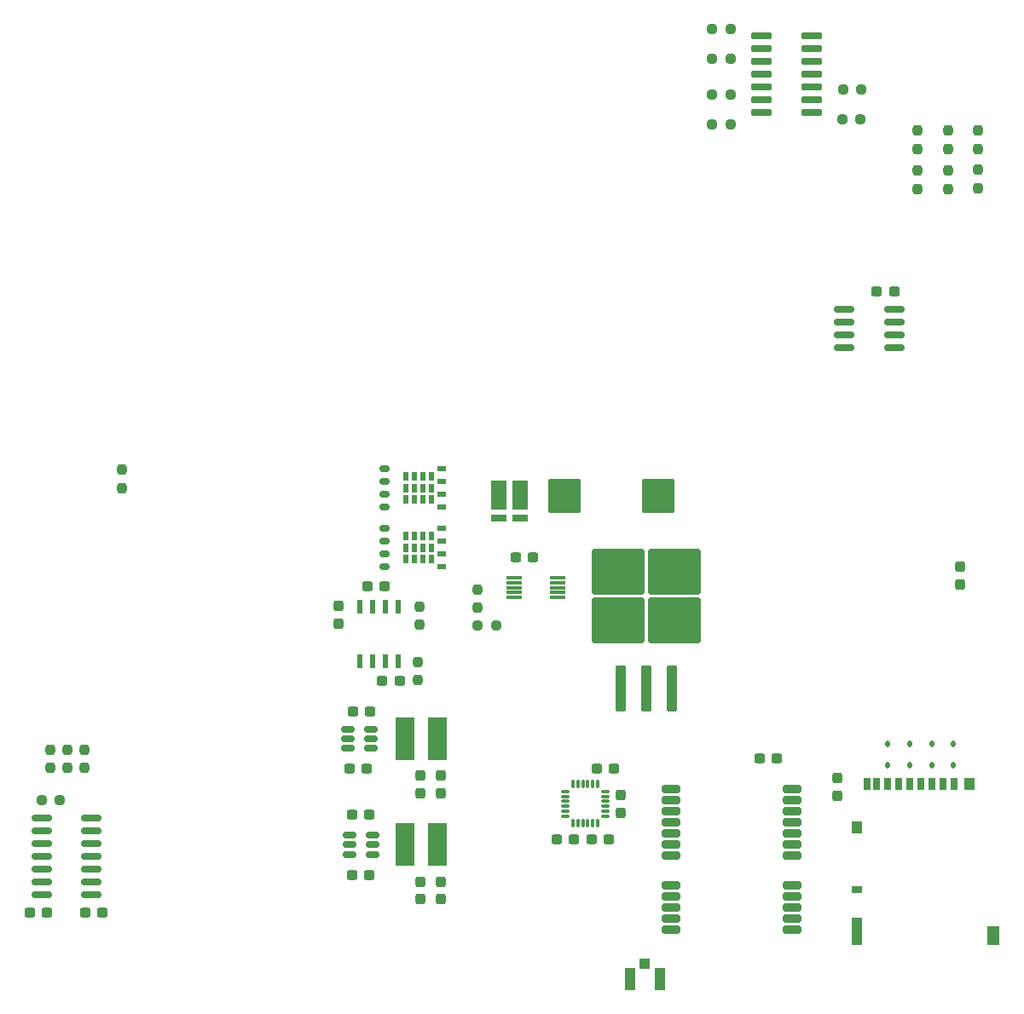
<source format=gtp>
G04 #@! TF.GenerationSoftware,KiCad,Pcbnew,8.0.7*
G04 #@! TF.CreationDate,2025-07-01T23:11:04-04:00*
G04 #@! TF.ProjectId,LED_Snowboard_V4,4c45445f-536e-46f7-9762-6f6172645f56,rev?*
G04 #@! TF.SameCoordinates,Original*
G04 #@! TF.FileFunction,Paste,Top*
G04 #@! TF.FilePolarity,Positive*
%FSLAX46Y46*%
G04 Gerber Fmt 4.6, Leading zero omitted, Abs format (unit mm)*
G04 Created by KiCad (PCBNEW 8.0.7) date 2025-07-01 23:11:04*
%MOMM*%
%LPD*%
G01*
G04 APERTURE LIST*
G04 Aperture macros list*
%AMRoundRect*
0 Rectangle with rounded corners*
0 $1 Rounding radius*
0 $2 $3 $4 $5 $6 $7 $8 $9 X,Y pos of 4 corners*
0 Add a 4 corners polygon primitive as box body*
4,1,4,$2,$3,$4,$5,$6,$7,$8,$9,$2,$3,0*
0 Add four circle primitives for the rounded corners*
1,1,$1+$1,$2,$3*
1,1,$1+$1,$4,$5*
1,1,$1+$1,$6,$7*
1,1,$1+$1,$8,$9*
0 Add four rect primitives between the rounded corners*
20,1,$1+$1,$2,$3,$4,$5,0*
20,1,$1+$1,$4,$5,$6,$7,0*
20,1,$1+$1,$6,$7,$8,$9,0*
20,1,$1+$1,$8,$9,$2,$3,0*%
G04 Aperture macros list end*
%ADD10RoundRect,0.237500X0.237500X-0.250000X0.237500X0.250000X-0.237500X0.250000X-0.237500X-0.250000X0*%
%ADD11RoundRect,0.237500X0.300000X0.237500X-0.300000X0.237500X-0.300000X-0.237500X0.300000X-0.237500X0*%
%ADD12RoundRect,0.237500X0.237500X-0.300000X0.237500X0.300000X-0.237500X0.300000X-0.237500X-0.300000X0*%
%ADD13RoundRect,0.237500X0.250000X0.237500X-0.250000X0.237500X-0.250000X-0.237500X0.250000X-0.237500X0*%
%ADD14RoundRect,0.237500X-0.300000X-0.237500X0.300000X-0.237500X0.300000X0.237500X-0.300000X0.237500X0*%
%ADD15R,1.000000X1.050000*%
%ADD16R,1.050000X2.200000*%
%ADD17R,1.980000X4.200000*%
%ADD18RoundRect,0.162500X1.462500X1.552500X-1.462500X1.552500X-1.462500X-1.552500X1.462500X-1.552500X0*%
%ADD19RoundRect,0.250000X0.300000X-2.050000X0.300000X2.050000X-0.300000X2.050000X-0.300000X-2.050000X0*%
%ADD20RoundRect,0.250000X2.375000X-2.025000X2.375000X2.025000X-2.375000X2.025000X-2.375000X-2.025000X0*%
%ADD21RoundRect,0.112500X-0.112500X0.187500X-0.112500X-0.187500X0.112500X-0.187500X0.112500X0.187500X0*%
%ADD22RoundRect,0.237500X-0.237500X0.250000X-0.237500X-0.250000X0.237500X-0.250000X0.237500X0.250000X0*%
%ADD23R,0.600000X0.900000*%
%ADD24R,0.900000X0.600000*%
%ADD25RoundRect,0.150000X0.375000X-0.150000X0.375000X0.150000X-0.375000X0.150000X-0.375000X-0.150000X0*%
%ADD26RoundRect,0.237500X-0.250000X-0.237500X0.250000X-0.237500X0.250000X0.237500X-0.250000X0.237500X0*%
%ADD27RoundRect,0.150000X-0.512500X-0.150000X0.512500X-0.150000X0.512500X0.150000X-0.512500X0.150000X0*%
%ADD28RoundRect,0.075000X-0.350000X-0.075000X0.350000X-0.075000X0.350000X0.075000X-0.350000X0.075000X0*%
%ADD29RoundRect,0.075000X0.075000X-0.350000X0.075000X0.350000X-0.075000X0.350000X-0.075000X-0.350000X0*%
%ADD30RoundRect,0.090000X-0.895000X-0.210000X0.895000X-0.210000X0.895000X0.210000X-0.895000X0.210000X0*%
%ADD31R,0.558800X1.460500*%
%ADD32R,1.495000X0.700000*%
%ADD33R,1.495000X2.950000*%
%ADD34RoundRect,0.011200X0.723800X0.128800X-0.723800X0.128800X-0.723800X-0.128800X0.723800X-0.128800X0*%
%ADD35RoundRect,0.150000X0.825000X0.150000X-0.825000X0.150000X-0.825000X-0.150000X0.825000X-0.150000X0*%
%ADD36RoundRect,0.200000X-0.700000X-0.200000X0.700000X-0.200000X0.700000X0.200000X-0.700000X0.200000X0*%
%ADD37RoundRect,0.150000X-0.825000X-0.150000X0.825000X-0.150000X0.825000X0.150000X-0.825000X0.150000X0*%
%ADD38R,0.700000X1.200000*%
%ADD39R,1.000000X0.800000*%
%ADD40R,1.000000X1.200000*%
%ADD41R,1.000000X2.800000*%
%ADD42R,1.300000X1.900000*%
G04 APERTURE END LIST*
D10*
X193500000Y-65412500D03*
X193500000Y-63587500D03*
D11*
X160362500Y-127000000D03*
X158637500Y-127000000D03*
D12*
X133000000Y-112562500D03*
X133000000Y-110837500D03*
D13*
X171912500Y-53500000D03*
X170087500Y-53500000D03*
D14*
X154637500Y-134000000D03*
X156362500Y-134000000D03*
D15*
X163400000Y-146350000D03*
D16*
X164875000Y-147875000D03*
X161925000Y-147875000D03*
D12*
X182500000Y-129662500D03*
X182500000Y-127937500D03*
D17*
X139625000Y-134550000D03*
X142775000Y-134550000D03*
D18*
X164775000Y-99900000D03*
X155425000Y-99900000D03*
D14*
X186437500Y-79600000D03*
X188162500Y-79600000D03*
D13*
X171912500Y-60000000D03*
X170087500Y-60000000D03*
D11*
X136137500Y-121350000D03*
X134412500Y-121350000D03*
D19*
X161035000Y-119025000D03*
X163575000Y-119025000D03*
D20*
X160800000Y-112300000D03*
X166350000Y-112300000D03*
X160800000Y-107450000D03*
X166350000Y-107450000D03*
D19*
X166115000Y-119025000D03*
D21*
X187500000Y-124550000D03*
X187500000Y-126650000D03*
D10*
X146800000Y-111012500D03*
X146800000Y-109187500D03*
D22*
X196500000Y-63587500D03*
X196500000Y-65412500D03*
D14*
X102337500Y-141300000D03*
X104062500Y-141300000D03*
D12*
X161000000Y-131362500D03*
X161000000Y-129637500D03*
D22*
X141000000Y-110887500D03*
X141000000Y-112712500D03*
D11*
X135775000Y-127000000D03*
X134050000Y-127000000D03*
D12*
X194700000Y-108662500D03*
X194700000Y-106937500D03*
D22*
X140900000Y-116387500D03*
X140900000Y-118212500D03*
D21*
X189700000Y-124550000D03*
X189700000Y-126650000D03*
D14*
X137337500Y-118300000D03*
X139062500Y-118300000D03*
D22*
X190500000Y-63587500D03*
X190500000Y-65412500D03*
D23*
X139700000Y-97950000D03*
X139700000Y-99100000D03*
X139700000Y-100250000D03*
X140550000Y-97950000D03*
X140550000Y-99100000D03*
X140550000Y-100250000D03*
X141400000Y-97950000D03*
X141400000Y-99100000D03*
X141400000Y-100250000D03*
X142250000Y-97950000D03*
X142250000Y-99100000D03*
X142250000Y-100250000D03*
D24*
X143250000Y-97195000D03*
X143250000Y-98465000D03*
X143250000Y-99735000D03*
X143250000Y-101005000D03*
D25*
X137525000Y-97195000D03*
X137525000Y-98465000D03*
X137525000Y-99735000D03*
X137525000Y-101005000D03*
D17*
X139625000Y-124000000D03*
X142775000Y-124000000D03*
D11*
X159862500Y-134000000D03*
X158137500Y-134000000D03*
D22*
X107800000Y-125087500D03*
X107800000Y-126912500D03*
D23*
X139700000Y-103900000D03*
X139700000Y-105050000D03*
X139700000Y-106200000D03*
X140550000Y-103900000D03*
X140550000Y-105050000D03*
X140550000Y-106200000D03*
X141400000Y-103900000D03*
X141400000Y-105050000D03*
X141400000Y-106200000D03*
X142250000Y-103900000D03*
X142250000Y-105050000D03*
X142250000Y-106200000D03*
D24*
X143250000Y-103145000D03*
X143250000Y-104415000D03*
X143250000Y-105685000D03*
X143250000Y-106955000D03*
D25*
X137525000Y-103145000D03*
X137525000Y-104415000D03*
X137525000Y-105685000D03*
X137525000Y-106955000D03*
D12*
X141150000Y-129412500D03*
X141150000Y-127687500D03*
D26*
X170087500Y-63000000D03*
X171912500Y-63000000D03*
X103487500Y-130100000D03*
X105312500Y-130100000D03*
D21*
X191900000Y-124550000D03*
X191900000Y-126650000D03*
D12*
X143150000Y-129412500D03*
X143150000Y-127687500D03*
D27*
X133925000Y-123100000D03*
X133925000Y-124050000D03*
X133925000Y-125000000D03*
X136200000Y-125000000D03*
X136200000Y-124050000D03*
X136200000Y-123100000D03*
D14*
X174775000Y-126000000D03*
X176500000Y-126000000D03*
D11*
X136062500Y-131550000D03*
X134337500Y-131550000D03*
D26*
X146787500Y-112800000D03*
X148612500Y-112800000D03*
D27*
X134062500Y-133600000D03*
X134062500Y-134550000D03*
X134062500Y-135500000D03*
X136337500Y-135500000D03*
X136337500Y-134550000D03*
X136337500Y-133600000D03*
D11*
X109562500Y-141300000D03*
X107837500Y-141300000D03*
D10*
X190500000Y-69412500D03*
X190500000Y-67587500D03*
D22*
X106100000Y-125087500D03*
X106100000Y-126912500D03*
D28*
X155550000Y-129250000D03*
X155550000Y-129750000D03*
X155550000Y-130250000D03*
X155550000Y-130750000D03*
X155550000Y-131250000D03*
X155550000Y-131750000D03*
D29*
X156250000Y-132450000D03*
X156750000Y-132450000D03*
X157250000Y-132450000D03*
X157750000Y-132450000D03*
X158250000Y-132450000D03*
X158750000Y-132450000D03*
D28*
X159450000Y-131750000D03*
X159450000Y-131250000D03*
X159450000Y-130750000D03*
X159450000Y-130250000D03*
X159450000Y-129750000D03*
X159450000Y-129250000D03*
D29*
X158750000Y-128550000D03*
X158250000Y-128550000D03*
X157750000Y-128550000D03*
X157250000Y-128550000D03*
X156750000Y-128550000D03*
X156250000Y-128550000D03*
D26*
X183087500Y-59500000D03*
X184912500Y-59500000D03*
D14*
X135837500Y-108900000D03*
X137562500Y-108900000D03*
D30*
X175000000Y-54150000D03*
X175000000Y-55420000D03*
X175000000Y-56690000D03*
X175000000Y-57960000D03*
X175000000Y-59230000D03*
X175000000Y-60500000D03*
X175000000Y-61770000D03*
X179950000Y-61770000D03*
X179950000Y-60500000D03*
X179950000Y-59230000D03*
X179950000Y-57960000D03*
X179950000Y-56690000D03*
X179950000Y-55420000D03*
X179950000Y-54150000D03*
D11*
X152325000Y-106000000D03*
X150600000Y-106000000D03*
D22*
X104400000Y-125087500D03*
X104400000Y-126912500D03*
D31*
X135095000Y-116324150D03*
X136365000Y-116324150D03*
X137635000Y-116324150D03*
X138905000Y-116324150D03*
X138905000Y-110875850D03*
X137635000Y-110875850D03*
X136365000Y-110875850D03*
X135095000Y-110875850D03*
D26*
X170087500Y-56500000D03*
X171912500Y-56500000D03*
D12*
X143150000Y-139950000D03*
X143150000Y-138225000D03*
D32*
X151052500Y-102125000D03*
D33*
X151052500Y-99800000D03*
X148947500Y-99800000D03*
D32*
X148947500Y-102125000D03*
D12*
X141150000Y-139950000D03*
X141150000Y-138225000D03*
D22*
X111500000Y-97287500D03*
X111500000Y-99112500D03*
D34*
X154750000Y-110000000D03*
X154750000Y-109500000D03*
X154750000Y-109000000D03*
X154750000Y-108500000D03*
X154750000Y-108000000D03*
X150450000Y-108000000D03*
X150450000Y-108500000D03*
X150450000Y-109000000D03*
X150450000Y-109500000D03*
X150450000Y-110000000D03*
D11*
X136062500Y-137550000D03*
X134337500Y-137550000D03*
D10*
X193500000Y-69412500D03*
X193500000Y-67587500D03*
D35*
X108450000Y-139550000D03*
X108450000Y-138280000D03*
X108450000Y-137010000D03*
X108450000Y-135740000D03*
X108450000Y-134470000D03*
X108450000Y-133200000D03*
X108450000Y-131930000D03*
X103500000Y-131930000D03*
X103500000Y-133200000D03*
X103500000Y-134470000D03*
X103500000Y-135740000D03*
X103500000Y-137010000D03*
X103500000Y-138280000D03*
X103500000Y-139550000D03*
D21*
X194000000Y-124550000D03*
X194000000Y-126650000D03*
D10*
X196500000Y-69325000D03*
X196500000Y-67500000D03*
D36*
X166000000Y-129000000D03*
X166000000Y-130100000D03*
X166000000Y-131200000D03*
X166000000Y-132300000D03*
X166000000Y-133400000D03*
X166000000Y-134500000D03*
X166000000Y-135600000D03*
X166000000Y-138600000D03*
X166000000Y-139700000D03*
X166000000Y-140800000D03*
X166000000Y-141900000D03*
X166000000Y-143000000D03*
X178000000Y-143000000D03*
X178000000Y-141900000D03*
X178000000Y-140800000D03*
X178000000Y-139700000D03*
X178000000Y-138600000D03*
X178000000Y-135600000D03*
X178000000Y-134500000D03*
X178000000Y-133400000D03*
X178000000Y-132300000D03*
X178000000Y-131200000D03*
X178000000Y-130100000D03*
X178000000Y-129000000D03*
D13*
X184825000Y-62500000D03*
X183000000Y-62500000D03*
D37*
X183225000Y-81395000D03*
X183225000Y-82665000D03*
X183225000Y-83935000D03*
X183225000Y-85205000D03*
X188175000Y-85205000D03*
X188175000Y-83935000D03*
X188175000Y-82665000D03*
X188175000Y-81395000D03*
D38*
X194100000Y-128500000D03*
X193000000Y-128500000D03*
X191900000Y-128500000D03*
X190800000Y-128500000D03*
X189700000Y-128500000D03*
X188600000Y-128500000D03*
X187500000Y-128500000D03*
X186400000Y-128500000D03*
X185450000Y-128500000D03*
D39*
X184500000Y-139000000D03*
D40*
X184500000Y-132800000D03*
D41*
X184500000Y-143150000D03*
D40*
X195650000Y-128500000D03*
D42*
X198000000Y-143600000D03*
M02*

</source>
